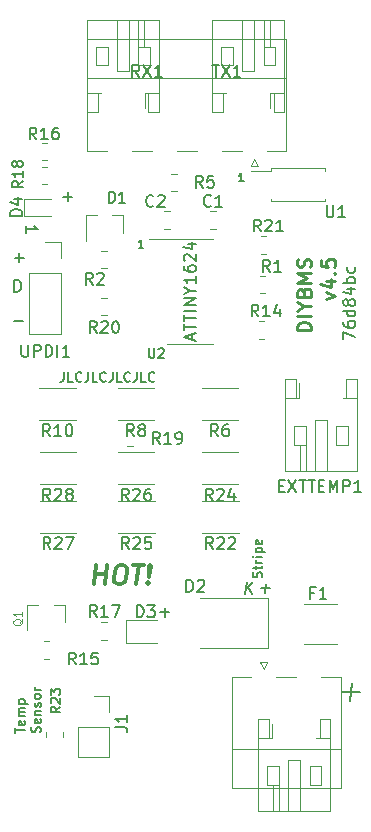
<source format=gto>
G04 #@! TF.GenerationSoftware,KiCad,Pcbnew,5.1.9+dfsg1-1+deb11u1*
G04 #@! TF.CreationDate,2022-12-15T03:13:05+00:00*
G04 #@! TF.ProjectId,ModuleV450,4d6f6475-6c65-4563-9435-302e6b696361,rev?*
G04 #@! TF.SameCoordinates,Original*
G04 #@! TF.FileFunction,Legend,Top*
G04 #@! TF.FilePolarity,Positive*
%FSLAX46Y46*%
G04 Gerber Fmt 4.6, Leading zero omitted, Abs format (unit mm)*
G04 Created by KiCad (PCBNEW 5.1.9+dfsg1-1+deb11u1) date 2022-12-15 03:13:05*
%MOMM*%
%LPD*%
G01*
G04 APERTURE LIST*
%ADD10C,0.200000*%
%ADD11C,0.150000*%
%ADD12C,0.175000*%
%ADD13C,0.300000*%
%ADD14C,0.250000*%
%ADD15C,0.120000*%
%ADD16C,0.100000*%
G04 APERTURE END LIST*
D10*
X130159088Y-101430457D02*
X131682897Y-101430457D01*
X130825754Y-102192361D02*
X131016230Y-100668552D01*
X102425695Y-67539980D02*
X102425695Y-66539980D01*
X102663790Y-66539980D01*
X102806647Y-66587600D01*
X102901885Y-66682838D01*
X102949504Y-66778076D01*
X102997123Y-66968552D01*
X102997123Y-67111409D01*
X102949504Y-67301885D01*
X102901885Y-67397123D01*
X102806647Y-67492361D01*
X102663790Y-67539980D01*
X102425695Y-67539980D01*
X102425694Y-70059028D02*
X103187599Y-70059028D01*
X102846171Y-64306647D02*
X102846171Y-65068552D01*
X102465219Y-64687600D02*
X103227123Y-64687600D01*
X123280219Y-92659028D02*
X124042123Y-92659028D01*
X123613552Y-93039980D02*
X123708790Y-92278076D01*
D11*
X123341409Y-91737719D02*
X123379504Y-91623433D01*
X123379504Y-91432957D01*
X123341409Y-91356766D01*
X123303314Y-91318671D01*
X123227123Y-91280576D01*
X123150933Y-91280576D01*
X123074742Y-91318671D01*
X123036647Y-91356766D01*
X122998552Y-91432957D01*
X122960457Y-91585338D01*
X122922361Y-91661528D01*
X122884266Y-91699623D01*
X122808076Y-91737719D01*
X122731885Y-91737719D01*
X122655695Y-91699623D01*
X122617600Y-91661528D01*
X122579504Y-91585338D01*
X122579504Y-91394861D01*
X122617600Y-91280576D01*
X122846171Y-91052004D02*
X122846171Y-90747242D01*
X122579504Y-90937719D02*
X123265219Y-90937719D01*
X123341409Y-90899623D01*
X123379504Y-90823433D01*
X123379504Y-90747242D01*
X123379504Y-90480576D02*
X122846171Y-90480576D01*
X122998552Y-90480576D02*
X122922361Y-90442480D01*
X122884266Y-90404385D01*
X122846171Y-90328195D01*
X122846171Y-90252004D01*
X123379504Y-89985338D02*
X122846171Y-89985338D01*
X122579504Y-89985338D02*
X122617600Y-90023433D01*
X122655695Y-89985338D01*
X122617600Y-89947242D01*
X122579504Y-89985338D01*
X122655695Y-89985338D01*
X122846171Y-89604385D02*
X123646171Y-89604385D01*
X122884266Y-89604385D02*
X122846171Y-89528195D01*
X122846171Y-89375814D01*
X122884266Y-89299623D01*
X122922361Y-89261528D01*
X122998552Y-89223433D01*
X123227123Y-89223433D01*
X123303314Y-89261528D01*
X123341409Y-89299623D01*
X123379504Y-89375814D01*
X123379504Y-89528195D01*
X123341409Y-89604385D01*
X123341409Y-88575814D02*
X123379504Y-88652004D01*
X123379504Y-88804385D01*
X123341409Y-88880576D01*
X123265219Y-88918671D01*
X122960457Y-88918671D01*
X122884266Y-88880576D01*
X122846171Y-88804385D01*
X122846171Y-88652004D01*
X122884266Y-88575814D01*
X122960457Y-88537719D01*
X123036647Y-88537719D01*
X123112838Y-88918671D01*
X130269980Y-71582838D02*
X130269980Y-70916171D01*
X131269980Y-71344742D01*
X130269980Y-70106647D02*
X130269980Y-70297123D01*
X130317600Y-70392361D01*
X130365219Y-70439980D01*
X130508076Y-70535219D01*
X130698552Y-70582838D01*
X131079504Y-70582838D01*
X131174742Y-70535219D01*
X131222361Y-70487600D01*
X131269980Y-70392361D01*
X131269980Y-70201885D01*
X131222361Y-70106647D01*
X131174742Y-70059028D01*
X131079504Y-70011409D01*
X130841409Y-70011409D01*
X130746171Y-70059028D01*
X130698552Y-70106647D01*
X130650933Y-70201885D01*
X130650933Y-70392361D01*
X130698552Y-70487600D01*
X130746171Y-70535219D01*
X130841409Y-70582838D01*
X131269980Y-69154266D02*
X130269980Y-69154266D01*
X131222361Y-69154266D02*
X131269980Y-69249504D01*
X131269980Y-69439980D01*
X131222361Y-69535219D01*
X131174742Y-69582838D01*
X131079504Y-69630457D01*
X130793790Y-69630457D01*
X130698552Y-69582838D01*
X130650933Y-69535219D01*
X130603314Y-69439980D01*
X130603314Y-69249504D01*
X130650933Y-69154266D01*
X130698552Y-68535219D02*
X130650933Y-68630457D01*
X130603314Y-68678076D01*
X130508076Y-68725695D01*
X130460457Y-68725695D01*
X130365219Y-68678076D01*
X130317600Y-68630457D01*
X130269980Y-68535219D01*
X130269980Y-68344742D01*
X130317600Y-68249504D01*
X130365219Y-68201885D01*
X130460457Y-68154266D01*
X130508076Y-68154266D01*
X130603314Y-68201885D01*
X130650933Y-68249504D01*
X130698552Y-68344742D01*
X130698552Y-68535219D01*
X130746171Y-68630457D01*
X130793790Y-68678076D01*
X130889028Y-68725695D01*
X131079504Y-68725695D01*
X131174742Y-68678076D01*
X131222361Y-68630457D01*
X131269980Y-68535219D01*
X131269980Y-68344742D01*
X131222361Y-68249504D01*
X131174742Y-68201885D01*
X131079504Y-68154266D01*
X130889028Y-68154266D01*
X130793790Y-68201885D01*
X130746171Y-68249504D01*
X130698552Y-68344742D01*
X130603314Y-67297123D02*
X131269980Y-67297123D01*
X130222361Y-67535219D02*
X130936647Y-67773314D01*
X130936647Y-67154266D01*
X131269980Y-66773314D02*
X130269980Y-66773314D01*
X130650933Y-66773314D02*
X130603314Y-66678076D01*
X130603314Y-66487600D01*
X130650933Y-66392361D01*
X130698552Y-66344742D01*
X130793790Y-66297123D01*
X131079504Y-66297123D01*
X131174742Y-66344742D01*
X131222361Y-66392361D01*
X131269980Y-66487600D01*
X131269980Y-66678076D01*
X131222361Y-66773314D01*
X131222361Y-65439980D02*
X131269980Y-65535219D01*
X131269980Y-65725695D01*
X131222361Y-65820933D01*
X131174742Y-65868552D01*
X131079504Y-65916171D01*
X130793790Y-65916171D01*
X130698552Y-65868552D01*
X130650933Y-65820933D01*
X130603314Y-65725695D01*
X130603314Y-65535219D01*
X130650933Y-65439980D01*
D10*
X121951647Y-93139980D02*
X122076647Y-92139980D01*
X122523076Y-93139980D02*
X122165933Y-92568552D01*
X122648076Y-92139980D02*
X122005219Y-92711409D01*
D12*
X117484266Y-71582838D02*
X117484266Y-71106647D01*
X117769980Y-71678076D02*
X116769980Y-71344742D01*
X117769980Y-71011409D01*
X116769980Y-70820933D02*
X116769980Y-70249504D01*
X117769980Y-70535219D02*
X116769980Y-70535219D01*
X116769980Y-70059028D02*
X116769980Y-69487600D01*
X117769980Y-69773314D02*
X116769980Y-69773314D01*
X117769980Y-69154266D02*
X116769980Y-69154266D01*
X117769980Y-68678076D02*
X116769980Y-68678076D01*
X117769980Y-68106647D01*
X116769980Y-68106647D01*
X117293790Y-67439980D02*
X117769980Y-67439980D01*
X116769980Y-67773314D02*
X117293790Y-67439980D01*
X116769980Y-67106647D01*
X117769980Y-66249504D02*
X117769980Y-66820933D01*
X117769980Y-66535219D02*
X116769980Y-66535219D01*
X116912838Y-66630457D01*
X117008076Y-66725695D01*
X117055695Y-66820933D01*
X116769980Y-65392361D02*
X116769980Y-65582838D01*
X116817600Y-65678076D01*
X116865219Y-65725695D01*
X117008076Y-65820933D01*
X117198552Y-65868552D01*
X117579504Y-65868552D01*
X117674742Y-65820933D01*
X117722361Y-65773314D01*
X117769980Y-65678076D01*
X117769980Y-65487600D01*
X117722361Y-65392361D01*
X117674742Y-65344742D01*
X117579504Y-65297123D01*
X117341409Y-65297123D01*
X117246171Y-65344742D01*
X117198552Y-65392361D01*
X117150933Y-65487600D01*
X117150933Y-65678076D01*
X117198552Y-65773314D01*
X117246171Y-65820933D01*
X117341409Y-65868552D01*
X116865219Y-64916171D02*
X116817600Y-64868552D01*
X116769980Y-64773314D01*
X116769980Y-64535219D01*
X116817600Y-64439980D01*
X116865219Y-64392361D01*
X116960457Y-64344742D01*
X117055695Y-64344742D01*
X117198552Y-64392361D01*
X117769980Y-64963790D01*
X117769980Y-64344742D01*
X117103314Y-63487600D02*
X117769980Y-63487600D01*
X116722361Y-63725695D02*
X117436647Y-63963790D01*
X117436647Y-63344742D01*
D11*
X106610576Y-74349504D02*
X106610576Y-74920933D01*
X106572480Y-75035219D01*
X106496290Y-75111409D01*
X106382004Y-75149504D01*
X106305814Y-75149504D01*
X107372480Y-75149504D02*
X106991528Y-75149504D01*
X106991528Y-74349504D01*
X108096290Y-75073314D02*
X108058195Y-75111409D01*
X107943909Y-75149504D01*
X107867719Y-75149504D01*
X107753433Y-75111409D01*
X107677242Y-75035219D01*
X107639147Y-74959028D01*
X107601052Y-74806647D01*
X107601052Y-74692361D01*
X107639147Y-74539980D01*
X107677242Y-74463790D01*
X107753433Y-74387600D01*
X107867719Y-74349504D01*
X107943909Y-74349504D01*
X108058195Y-74387600D01*
X108096290Y-74425695D01*
X108667719Y-74349504D02*
X108667719Y-74920933D01*
X108629623Y-75035219D01*
X108553433Y-75111409D01*
X108439147Y-75149504D01*
X108362957Y-75149504D01*
X109429623Y-75149504D02*
X109048671Y-75149504D01*
X109048671Y-74349504D01*
X110153433Y-75073314D02*
X110115338Y-75111409D01*
X110001052Y-75149504D01*
X109924861Y-75149504D01*
X109810576Y-75111409D01*
X109734385Y-75035219D01*
X109696290Y-74959028D01*
X109658195Y-74806647D01*
X109658195Y-74692361D01*
X109696290Y-74539980D01*
X109734385Y-74463790D01*
X109810576Y-74387600D01*
X109924861Y-74349504D01*
X110001052Y-74349504D01*
X110115338Y-74387600D01*
X110153433Y-74425695D01*
X110724861Y-74349504D02*
X110724861Y-74920933D01*
X110686766Y-75035219D01*
X110610576Y-75111409D01*
X110496290Y-75149504D01*
X110420100Y-75149504D01*
X111486766Y-75149504D02*
X111105814Y-75149504D01*
X111105814Y-74349504D01*
X112210576Y-75073314D02*
X112172480Y-75111409D01*
X112058195Y-75149504D01*
X111982004Y-75149504D01*
X111867719Y-75111409D01*
X111791528Y-75035219D01*
X111753433Y-74959028D01*
X111715338Y-74806647D01*
X111715338Y-74692361D01*
X111753433Y-74539980D01*
X111791528Y-74463790D01*
X111867719Y-74387600D01*
X111982004Y-74349504D01*
X112058195Y-74349504D01*
X112172480Y-74387600D01*
X112210576Y-74425695D01*
X112782004Y-74349504D02*
X112782004Y-74920933D01*
X112743909Y-75035219D01*
X112667719Y-75111409D01*
X112553433Y-75149504D01*
X112477242Y-75149504D01*
X113543909Y-75149504D02*
X113162957Y-75149504D01*
X113162957Y-74349504D01*
X114267719Y-75073314D02*
X114229623Y-75111409D01*
X114115338Y-75149504D01*
X114039147Y-75149504D01*
X113924861Y-75111409D01*
X113848671Y-75035219D01*
X113810576Y-74959028D01*
X113772480Y-74806647D01*
X113772480Y-74692361D01*
X113810576Y-74539980D01*
X113848671Y-74463790D01*
X113924861Y-74387600D01*
X114039147Y-74349504D01*
X114115338Y-74349504D01*
X114229623Y-74387600D01*
X114267719Y-74425695D01*
D10*
X115146171Y-94306647D02*
X115146171Y-95068552D01*
X114765219Y-94687600D02*
X115527123Y-94687600D01*
X106946171Y-59126647D02*
X106946171Y-59888552D01*
X106565219Y-59507600D02*
X107327123Y-59507600D01*
D11*
X102504504Y-104913909D02*
X102504504Y-104456766D01*
X103304504Y-104685338D02*
X102504504Y-104685338D01*
X103266409Y-103885338D02*
X103304504Y-103961528D01*
X103304504Y-104113909D01*
X103266409Y-104190100D01*
X103190219Y-104228195D01*
X102885457Y-104228195D01*
X102809266Y-104190100D01*
X102771171Y-104113909D01*
X102771171Y-103961528D01*
X102809266Y-103885338D01*
X102885457Y-103847242D01*
X102961647Y-103847242D01*
X103037838Y-104228195D01*
X103304504Y-103504385D02*
X102771171Y-103504385D01*
X102847361Y-103504385D02*
X102809266Y-103466290D01*
X102771171Y-103390100D01*
X102771171Y-103275814D01*
X102809266Y-103199623D01*
X102885457Y-103161528D01*
X103304504Y-103161528D01*
X102885457Y-103161528D02*
X102809266Y-103123433D01*
X102771171Y-103047242D01*
X102771171Y-102932957D01*
X102809266Y-102856766D01*
X102885457Y-102818671D01*
X103304504Y-102818671D01*
X102771171Y-102437719D02*
X103571171Y-102437719D01*
X102809266Y-102437719D02*
X102771171Y-102361528D01*
X102771171Y-102209147D01*
X102809266Y-102132957D01*
X102847361Y-102094861D01*
X102923552Y-102056766D01*
X103152123Y-102056766D01*
X103228314Y-102094861D01*
X103266409Y-102132957D01*
X103304504Y-102209147D01*
X103304504Y-102361528D01*
X103266409Y-102437719D01*
X104616409Y-104837719D02*
X104654504Y-104723433D01*
X104654504Y-104532957D01*
X104616409Y-104456766D01*
X104578314Y-104418671D01*
X104502123Y-104380576D01*
X104425933Y-104380576D01*
X104349742Y-104418671D01*
X104311647Y-104456766D01*
X104273552Y-104532957D01*
X104235457Y-104685338D01*
X104197361Y-104761528D01*
X104159266Y-104799623D01*
X104083076Y-104837719D01*
X104006885Y-104837719D01*
X103930695Y-104799623D01*
X103892600Y-104761528D01*
X103854504Y-104685338D01*
X103854504Y-104494861D01*
X103892600Y-104380576D01*
X104616409Y-103732957D02*
X104654504Y-103809147D01*
X104654504Y-103961528D01*
X104616409Y-104037719D01*
X104540219Y-104075814D01*
X104235457Y-104075814D01*
X104159266Y-104037719D01*
X104121171Y-103961528D01*
X104121171Y-103809147D01*
X104159266Y-103732957D01*
X104235457Y-103694861D01*
X104311647Y-103694861D01*
X104387838Y-104075814D01*
X104121171Y-103352004D02*
X104654504Y-103352004D01*
X104197361Y-103352004D02*
X104159266Y-103313909D01*
X104121171Y-103237719D01*
X104121171Y-103123433D01*
X104159266Y-103047242D01*
X104235457Y-103009147D01*
X104654504Y-103009147D01*
X104616409Y-102666290D02*
X104654504Y-102590100D01*
X104654504Y-102437719D01*
X104616409Y-102361528D01*
X104540219Y-102323433D01*
X104502123Y-102323433D01*
X104425933Y-102361528D01*
X104387838Y-102437719D01*
X104387838Y-102552004D01*
X104349742Y-102628195D01*
X104273552Y-102666290D01*
X104235457Y-102666290D01*
X104159266Y-102628195D01*
X104121171Y-102552004D01*
X104121171Y-102437719D01*
X104159266Y-102361528D01*
X104654504Y-101866290D02*
X104616409Y-101942480D01*
X104578314Y-101980576D01*
X104502123Y-102018671D01*
X104273552Y-102018671D01*
X104197361Y-101980576D01*
X104159266Y-101942480D01*
X104121171Y-101866290D01*
X104121171Y-101752004D01*
X104159266Y-101675814D01*
X104197361Y-101637719D01*
X104273552Y-101599623D01*
X104502123Y-101599623D01*
X104578314Y-101637719D01*
X104616409Y-101675814D01*
X104654504Y-101752004D01*
X104654504Y-101866290D01*
X104654504Y-101256766D02*
X104121171Y-101256766D01*
X104273552Y-101256766D02*
X104197361Y-101218671D01*
X104159266Y-101180576D01*
X104121171Y-101104385D01*
X104121171Y-101028195D01*
D12*
X113327600Y-63824266D02*
X112927600Y-63824266D01*
X113127600Y-63824266D02*
X113127600Y-63124266D01*
X113060933Y-63224266D01*
X112994266Y-63290933D01*
X112927600Y-63324266D01*
X121817600Y-58204266D02*
X121417600Y-58204266D01*
X121617600Y-58204266D02*
X121617600Y-57504266D01*
X121550933Y-57604266D01*
X121484266Y-57670933D01*
X121417600Y-57704266D01*
D13*
X109167034Y-92311409D02*
X109367034Y-90711409D01*
X109271796Y-91473314D02*
X110186082Y-91473314D01*
X110081320Y-92311409D02*
X110281320Y-90711409D01*
X111347986Y-90711409D02*
X111652748Y-90711409D01*
X111795605Y-90787600D01*
X111928939Y-90939980D01*
X111967034Y-91244742D01*
X111900367Y-91778076D01*
X111786082Y-92082838D01*
X111614653Y-92235219D01*
X111452748Y-92311409D01*
X111147986Y-92311409D01*
X111005129Y-92235219D01*
X110871796Y-92082838D01*
X110833701Y-91778076D01*
X110900367Y-91244742D01*
X111014653Y-90939980D01*
X111186082Y-90787600D01*
X111347986Y-90711409D01*
X112490844Y-90711409D02*
X113405129Y-90711409D01*
X112747986Y-92311409D02*
X112947986Y-90711409D01*
X113757510Y-92159028D02*
X113824177Y-92235219D01*
X113738463Y-92311409D01*
X113671796Y-92235219D01*
X113757510Y-92159028D01*
X113738463Y-92311409D01*
X113814653Y-91701885D02*
X113852748Y-90787600D01*
X113938463Y-90711409D01*
X114005129Y-90787600D01*
X113814653Y-91701885D01*
X113938463Y-90711409D01*
D10*
X103395219Y-62533314D02*
X103395219Y-61961885D01*
X103395219Y-62247600D02*
X104395219Y-62247600D01*
X104252361Y-62152361D01*
X104157123Y-62057123D01*
X104109504Y-61961885D01*
D14*
X127535457Y-70778671D02*
X126335457Y-70778671D01*
X126335457Y-70492957D01*
X126392600Y-70321528D01*
X126506885Y-70207242D01*
X126621171Y-70150100D01*
X126849742Y-70092957D01*
X127021171Y-70092957D01*
X127249742Y-70150100D01*
X127364028Y-70207242D01*
X127478314Y-70321528D01*
X127535457Y-70492957D01*
X127535457Y-70778671D01*
X127535457Y-69578671D02*
X126335457Y-69578671D01*
X126964028Y-68778671D02*
X127535457Y-68778671D01*
X126335457Y-69178671D02*
X126964028Y-68778671D01*
X126335457Y-68378671D01*
X126906885Y-67578671D02*
X126964028Y-67407242D01*
X127021171Y-67350100D01*
X127135457Y-67292957D01*
X127306885Y-67292957D01*
X127421171Y-67350100D01*
X127478314Y-67407242D01*
X127535457Y-67521528D01*
X127535457Y-67978671D01*
X126335457Y-67978671D01*
X126335457Y-67578671D01*
X126392600Y-67464385D01*
X126449742Y-67407242D01*
X126564028Y-67350100D01*
X126678314Y-67350100D01*
X126792600Y-67407242D01*
X126849742Y-67464385D01*
X126906885Y-67578671D01*
X126906885Y-67978671D01*
X127535457Y-66778671D02*
X126335457Y-66778671D01*
X127192600Y-66378671D01*
X126335457Y-65978671D01*
X127535457Y-65978671D01*
X127478314Y-65464385D02*
X127535457Y-65292957D01*
X127535457Y-65007242D01*
X127478314Y-64892957D01*
X127421171Y-64835814D01*
X127306885Y-64778671D01*
X127192600Y-64778671D01*
X127078314Y-64835814D01*
X127021171Y-64892957D01*
X126964028Y-65007242D01*
X126906885Y-65235814D01*
X126849742Y-65350100D01*
X126792600Y-65407242D01*
X126678314Y-65464385D01*
X126564028Y-65464385D01*
X126449742Y-65407242D01*
X126392600Y-65350100D01*
X126335457Y-65235814D01*
X126335457Y-64950100D01*
X126392600Y-64778671D01*
X128785457Y-68150100D02*
X129585457Y-67864385D01*
X128785457Y-67578671D01*
X128785457Y-66607242D02*
X129585457Y-66607242D01*
X128328314Y-66892957D02*
X129185457Y-67178671D01*
X129185457Y-66435814D01*
X129471171Y-65978671D02*
X129528314Y-65921528D01*
X129585457Y-65978671D01*
X129528314Y-66035814D01*
X129471171Y-65978671D01*
X129585457Y-65978671D01*
X128385457Y-64835814D02*
X128385457Y-65407242D01*
X128956885Y-65464385D01*
X128899742Y-65407242D01*
X128842600Y-65292957D01*
X128842600Y-65007242D01*
X128899742Y-64892957D01*
X128956885Y-64835814D01*
X129071171Y-64778671D01*
X129356885Y-64778671D01*
X129471171Y-64835814D01*
X129528314Y-64892957D01*
X129585457Y-65007242D01*
X129585457Y-65292957D01*
X129528314Y-65407242D01*
X129471171Y-65464385D01*
D15*
X105017600Y-63357600D02*
X106347600Y-63357600D01*
X106347600Y-63357600D02*
X106347600Y-64687600D01*
X106347600Y-65957600D02*
X106347600Y-71097600D01*
X103687600Y-71097600D02*
X106347600Y-71097600D01*
X103687600Y-65957600D02*
X103687600Y-71097600D01*
X103687600Y-65957600D02*
X106347600Y-65957600D01*
X123017600Y-56887600D02*
X122417600Y-56887600D01*
X122717600Y-56287600D02*
X123017600Y-56887600D01*
X122417600Y-56887600D02*
X122717600Y-56287600D01*
X125427600Y-49487600D02*
X108577600Y-49487600D01*
X114047600Y-55597600D02*
X112337600Y-55597600D01*
X117857600Y-55597600D02*
X116147600Y-55597600D01*
X121667600Y-55597600D02*
X119957600Y-55597600D01*
X108577600Y-55597600D02*
X110237600Y-55597600D01*
X125427600Y-55597600D02*
X123767600Y-55597600D01*
X108577600Y-46177600D02*
X108577600Y-55597600D01*
X125427600Y-46177600D02*
X108577600Y-46177600D01*
X125427600Y-55597600D02*
X125427600Y-46177600D01*
X123217600Y-98887600D02*
X123817600Y-98887600D01*
X123517600Y-99487600D02*
X123217600Y-98887600D01*
X123817600Y-98887600D02*
X123517600Y-99487600D01*
X120807600Y-106287600D02*
X130037600Y-106287600D01*
X124567600Y-100177600D02*
X126277600Y-100177600D01*
X130037600Y-100177600D02*
X128377600Y-100177600D01*
X120807600Y-100177600D02*
X122467600Y-100177600D01*
X130037600Y-109597600D02*
X130037600Y-100177600D01*
X120807600Y-109597600D02*
X130037600Y-109597600D01*
X120807600Y-100177600D02*
X120807600Y-109597600D01*
X103207600Y-61122600D02*
X105492600Y-61122600D01*
X103207600Y-59652600D02*
X103207600Y-61122600D01*
X105492600Y-59652600D02*
X103207600Y-59652600D01*
X107787600Y-104357600D02*
X110447600Y-104357600D01*
X107787600Y-104357600D02*
X107787600Y-106957600D01*
X107787600Y-106957600D02*
X110447600Y-106957600D01*
X110447600Y-104357600D02*
X110447600Y-106957600D01*
X110447600Y-101757600D02*
X110447600Y-103087600D01*
X109117600Y-101757600D02*
X110447600Y-101757600D01*
X107619664Y-83847600D02*
X104565536Y-83847600D01*
X107619664Y-81127600D02*
X104565536Y-81127600D01*
X107644664Y-87947600D02*
X104590536Y-87947600D01*
X107644664Y-85227600D02*
X104590536Y-85227600D01*
X114261330Y-83847600D02*
X111207202Y-83847600D01*
X114261330Y-81127600D02*
X111207202Y-81127600D01*
X114286330Y-87947600D02*
X111232202Y-87947600D01*
X114286330Y-85227600D02*
X111232202Y-85227600D01*
X121369664Y-83847600D02*
X118315536Y-83847600D01*
X121369664Y-81127600D02*
X118315536Y-81127600D01*
X121394664Y-87947600D02*
X118340536Y-87947600D01*
X121394664Y-85227600D02*
X118340536Y-85227600D01*
X107594664Y-78397600D02*
X104540536Y-78397600D01*
X107594664Y-75677600D02*
X104540536Y-75677600D01*
X114236330Y-78397600D02*
X111182202Y-78397600D01*
X114236330Y-75677600D02*
X111182202Y-75677600D01*
X121344664Y-78397600D02*
X118290536Y-78397600D01*
X121344664Y-75677600D02*
X118290536Y-75677600D01*
X117297600Y-63062600D02*
X113847600Y-63062600D01*
X117297600Y-63062600D02*
X119247600Y-63062600D01*
X117297600Y-71932600D02*
X115347600Y-71932600D01*
X117297600Y-71932600D02*
X119247600Y-71932600D01*
X124107600Y-57292600D02*
X122417600Y-57292600D01*
X124107600Y-57077600D02*
X124107600Y-57292600D01*
X126417600Y-57077600D02*
X124107600Y-57077600D01*
X128727600Y-57077600D02*
X128727600Y-57292600D01*
X126417600Y-57077600D02*
X128727600Y-57077600D01*
X124107600Y-59897600D02*
X124107600Y-59682600D01*
X126417600Y-59897600D02*
X124107600Y-59897600D01*
X128727600Y-59897600D02*
X128727600Y-59682600D01*
X126417600Y-59897600D02*
X128727600Y-59897600D01*
X124077600Y-50747600D02*
X124077600Y-51962600D01*
X124017600Y-46787600D02*
X124017600Y-44527600D01*
X123517600Y-46787600D02*
X123517600Y-44527600D01*
X120917600Y-48387600D02*
X119917600Y-48387600D01*
X120917600Y-46787600D02*
X120917600Y-48387600D01*
X119917600Y-46787600D02*
X120917600Y-46787600D01*
X119917600Y-48387600D02*
X119917600Y-46787600D01*
X123517600Y-48387600D02*
X124517600Y-48387600D01*
X123517600Y-46787600D02*
X123517600Y-48387600D01*
X124517600Y-46787600D02*
X123517600Y-46787600D01*
X124517600Y-48387600D02*
X124517600Y-46787600D01*
X119157600Y-50747600D02*
X120077600Y-50747600D01*
X125277600Y-50747600D02*
X124357600Y-50747600D01*
X121717600Y-48887600D02*
X121717600Y-44527600D01*
X122717600Y-48887600D02*
X121717600Y-48887600D01*
X122717600Y-44527600D02*
X122717600Y-48887600D01*
X120077600Y-50747600D02*
X120357600Y-50747600D01*
X120077600Y-52347600D02*
X120077600Y-50747600D01*
X119157600Y-52347600D02*
X120077600Y-52347600D01*
X119157600Y-44527600D02*
X119157600Y-52347600D01*
X125277600Y-44527600D02*
X119157600Y-44527600D01*
X125277600Y-52347600D02*
X125277600Y-44527600D01*
X124357600Y-52347600D02*
X125277600Y-52347600D01*
X124357600Y-50747600D02*
X124357600Y-52347600D01*
X124077600Y-50747600D02*
X124357600Y-50747600D01*
X113477600Y-50747600D02*
X113477600Y-51962600D01*
X113417600Y-46787600D02*
X113417600Y-44527600D01*
X112917600Y-46787600D02*
X112917600Y-44527600D01*
X110317600Y-48387600D02*
X109317600Y-48387600D01*
X110317600Y-46787600D02*
X110317600Y-48387600D01*
X109317600Y-46787600D02*
X110317600Y-46787600D01*
X109317600Y-48387600D02*
X109317600Y-46787600D01*
X112917600Y-48387600D02*
X113917600Y-48387600D01*
X112917600Y-46787600D02*
X112917600Y-48387600D01*
X113917600Y-46787600D02*
X112917600Y-46787600D01*
X113917600Y-48387600D02*
X113917600Y-46787600D01*
X108557600Y-50747600D02*
X109477600Y-50747600D01*
X114677600Y-50747600D02*
X113757600Y-50747600D01*
X111117600Y-48887600D02*
X111117600Y-44527600D01*
X112117600Y-48887600D02*
X111117600Y-48887600D01*
X112117600Y-44527600D02*
X112117600Y-48887600D01*
X109477600Y-50747600D02*
X109757600Y-50747600D01*
X109477600Y-52347600D02*
X109477600Y-50747600D01*
X108557600Y-52347600D02*
X109477600Y-52347600D01*
X108557600Y-44527600D02*
X108557600Y-52347600D01*
X114677600Y-44527600D02*
X108557600Y-44527600D01*
X114677600Y-52347600D02*
X114677600Y-44527600D01*
X113757600Y-52347600D02*
X114677600Y-52347600D01*
X113757600Y-50747600D02*
X113757600Y-52347600D01*
X113477600Y-50747600D02*
X113757600Y-50747600D01*
X123210536Y-67662600D02*
X123664664Y-67662600D01*
X123210536Y-66192600D02*
X123664664Y-66192600D01*
X123867600Y-97737600D02*
X118167600Y-97737600D01*
X123867600Y-93437600D02*
X118167600Y-93437600D01*
X123867600Y-97737600D02*
X123867600Y-93437600D01*
X106522600Y-105284664D02*
X106522600Y-104830536D01*
X105052600Y-105284664D02*
X105052600Y-104830536D01*
X123290536Y-64322600D02*
X123744664Y-64322600D01*
X123290536Y-62852600D02*
X123744664Y-62852600D01*
X110244664Y-68052600D02*
X109790536Y-68052600D01*
X110244664Y-69522600D02*
X109790536Y-69522600D01*
X111990536Y-80622600D02*
X112444664Y-80622600D01*
X111990536Y-79152600D02*
X112444664Y-79152600D01*
X104740536Y-58447600D02*
X105194664Y-58447600D01*
X104740536Y-56977600D02*
X105194664Y-56977600D01*
X109790536Y-96992600D02*
X110244664Y-96992600D01*
X109790536Y-95522600D02*
X110244664Y-95522600D01*
X104740536Y-56422600D02*
X105194664Y-56422600D01*
X104740536Y-54952600D02*
X105194664Y-54952600D01*
X104890536Y-98622600D02*
X105344664Y-98622600D01*
X104890536Y-97152600D02*
X105344664Y-97152600D01*
X123544664Y-70052600D02*
X123090536Y-70052600D01*
X123544664Y-71522600D02*
X123090536Y-71522600D01*
X116144664Y-57552600D02*
X115690536Y-57552600D01*
X116144664Y-59022600D02*
X115690536Y-59022600D01*
X109790536Y-65532600D02*
X110244664Y-65532600D01*
X109790536Y-64062600D02*
X110244664Y-64062600D01*
X124257600Y-105327600D02*
X124257600Y-104112600D01*
X124317600Y-109287600D02*
X124317600Y-111547600D01*
X124817600Y-109287600D02*
X124817600Y-111547600D01*
X127417600Y-107687600D02*
X128417600Y-107687600D01*
X127417600Y-109287600D02*
X127417600Y-107687600D01*
X128417600Y-109287600D02*
X127417600Y-109287600D01*
X128417600Y-107687600D02*
X128417600Y-109287600D01*
X124817600Y-107687600D02*
X123817600Y-107687600D01*
X124817600Y-109287600D02*
X124817600Y-107687600D01*
X123817600Y-109287600D02*
X124817600Y-109287600D01*
X123817600Y-107687600D02*
X123817600Y-109287600D01*
X129177600Y-105327600D02*
X128257600Y-105327600D01*
X123057600Y-105327600D02*
X123977600Y-105327600D01*
X126617600Y-107187600D02*
X126617600Y-111547600D01*
X125617600Y-107187600D02*
X126617600Y-107187600D01*
X125617600Y-111547600D02*
X125617600Y-107187600D01*
X128257600Y-105327600D02*
X127977600Y-105327600D01*
X128257600Y-103727600D02*
X128257600Y-105327600D01*
X129177600Y-103727600D02*
X128257600Y-103727600D01*
X129177600Y-111547600D02*
X129177600Y-103727600D01*
X123057600Y-111547600D02*
X129177600Y-111547600D01*
X123057600Y-103727600D02*
X123057600Y-111547600D01*
X123977600Y-103727600D02*
X123057600Y-103727600D01*
X123977600Y-105327600D02*
X123977600Y-103727600D01*
X124257600Y-105327600D02*
X123977600Y-105327600D01*
X126931348Y-97397600D02*
X129703852Y-97397600D01*
X126931348Y-93977600D02*
X129703852Y-93977600D01*
X126507600Y-76527600D02*
X126507600Y-75312600D01*
X126567600Y-80487600D02*
X126567600Y-82747600D01*
X127067600Y-80487600D02*
X127067600Y-82747600D01*
X129667600Y-78887600D02*
X130667600Y-78887600D01*
X129667600Y-80487600D02*
X129667600Y-78887600D01*
X130667600Y-80487600D02*
X129667600Y-80487600D01*
X130667600Y-78887600D02*
X130667600Y-80487600D01*
X127067600Y-78887600D02*
X126067600Y-78887600D01*
X127067600Y-80487600D02*
X127067600Y-78887600D01*
X126067600Y-80487600D02*
X127067600Y-80487600D01*
X126067600Y-78887600D02*
X126067600Y-80487600D01*
X131427600Y-76527600D02*
X130507600Y-76527600D01*
X125307600Y-76527600D02*
X126227600Y-76527600D01*
X128867600Y-78387600D02*
X128867600Y-82747600D01*
X127867600Y-78387600D02*
X128867600Y-78387600D01*
X127867600Y-82747600D02*
X127867600Y-78387600D01*
X130507600Y-76527600D02*
X130227600Y-76527600D01*
X130507600Y-74927600D02*
X130507600Y-76527600D01*
X131427600Y-74927600D02*
X130507600Y-74927600D01*
X131427600Y-82747600D02*
X131427600Y-74927600D01*
X125307600Y-82747600D02*
X131427600Y-82747600D01*
X125307600Y-74927600D02*
X125307600Y-82747600D01*
X126227600Y-74927600D02*
X125307600Y-74927600D01*
X126227600Y-76527600D02*
X126227600Y-74927600D01*
X126507600Y-76527600D02*
X126227600Y-76527600D01*
X111832600Y-97262600D02*
X114517600Y-97262600D01*
X111832600Y-95342600D02*
X111832600Y-97262600D01*
X114517600Y-95342600D02*
X111832600Y-95342600D01*
X111637600Y-61087600D02*
X111637600Y-62547600D01*
X108477600Y-61087600D02*
X108477600Y-63247600D01*
X108477600Y-61087600D02*
X109407600Y-61087600D01*
X111637600Y-61087600D02*
X110707600Y-61087600D01*
X115076348Y-62202600D02*
X115598852Y-62202600D01*
X115076348Y-60732600D02*
X115598852Y-60732600D01*
X118996348Y-62212600D02*
X119518852Y-62212600D01*
X118996348Y-60742600D02*
X119518852Y-60742600D01*
X106672600Y-94027600D02*
X105742600Y-94027600D01*
X103512600Y-94027600D02*
X104442600Y-94027600D01*
X103512600Y-94027600D02*
X103512600Y-96187600D01*
X106672600Y-94027600D02*
X106672600Y-95487600D01*
D11*
X103017600Y-72039980D02*
X103017600Y-72849504D01*
X103065219Y-72944742D01*
X103112838Y-72992361D01*
X103208076Y-73039980D01*
X103398552Y-73039980D01*
X103493790Y-72992361D01*
X103541409Y-72944742D01*
X103589028Y-72849504D01*
X103589028Y-72039980D01*
X104065219Y-73039980D02*
X104065219Y-72039980D01*
X104446171Y-72039980D01*
X104541409Y-72087600D01*
X104589028Y-72135219D01*
X104636647Y-72230457D01*
X104636647Y-72373314D01*
X104589028Y-72468552D01*
X104541409Y-72516171D01*
X104446171Y-72563790D01*
X104065219Y-72563790D01*
X105065219Y-73039980D02*
X105065219Y-72039980D01*
X105303314Y-72039980D01*
X105446171Y-72087600D01*
X105541409Y-72182838D01*
X105589028Y-72278076D01*
X105636647Y-72468552D01*
X105636647Y-72611409D01*
X105589028Y-72801885D01*
X105541409Y-72897123D01*
X105446171Y-72992361D01*
X105303314Y-73039980D01*
X105065219Y-73039980D01*
X106065219Y-73039980D02*
X106065219Y-72039980D01*
X107065219Y-73039980D02*
X106493790Y-73039980D01*
X106779504Y-73039980D02*
X106779504Y-72039980D01*
X106684266Y-72182838D01*
X106589028Y-72278076D01*
X106493790Y-72325695D01*
X103069980Y-61125695D02*
X102069980Y-61125695D01*
X102069980Y-60887600D01*
X102117600Y-60744742D01*
X102212838Y-60649504D01*
X102308076Y-60601885D01*
X102498552Y-60554266D01*
X102641409Y-60554266D01*
X102831885Y-60601885D01*
X102927123Y-60649504D01*
X103022361Y-60744742D01*
X103069980Y-60887600D01*
X103069980Y-61125695D01*
X102403314Y-59697123D02*
X103069980Y-59697123D01*
X102022361Y-59935219D02*
X102736647Y-60173314D01*
X102736647Y-59554266D01*
X110969980Y-104420933D02*
X111684266Y-104420933D01*
X111827123Y-104468552D01*
X111922361Y-104563790D01*
X111969980Y-104706647D01*
X111969980Y-104801885D01*
X111969980Y-103420933D02*
X111969980Y-103992361D01*
X111969980Y-103706647D02*
X110969980Y-103706647D01*
X111112838Y-103801885D01*
X111208076Y-103897123D01*
X111255695Y-103992361D01*
X105449742Y-85219980D02*
X105116409Y-84743790D01*
X104878314Y-85219980D02*
X104878314Y-84219980D01*
X105259266Y-84219980D01*
X105354504Y-84267600D01*
X105402123Y-84315219D01*
X105449742Y-84410457D01*
X105449742Y-84553314D01*
X105402123Y-84648552D01*
X105354504Y-84696171D01*
X105259266Y-84743790D01*
X104878314Y-84743790D01*
X105830695Y-84315219D02*
X105878314Y-84267600D01*
X105973552Y-84219980D01*
X106211647Y-84219980D01*
X106306885Y-84267600D01*
X106354504Y-84315219D01*
X106402123Y-84410457D01*
X106402123Y-84505695D01*
X106354504Y-84648552D01*
X105783076Y-85219980D01*
X106402123Y-85219980D01*
X106973552Y-84648552D02*
X106878314Y-84600933D01*
X106830695Y-84553314D01*
X106783076Y-84458076D01*
X106783076Y-84410457D01*
X106830695Y-84315219D01*
X106878314Y-84267600D01*
X106973552Y-84219980D01*
X107164028Y-84219980D01*
X107259266Y-84267600D01*
X107306885Y-84315219D01*
X107354504Y-84410457D01*
X107354504Y-84458076D01*
X107306885Y-84553314D01*
X107259266Y-84600933D01*
X107164028Y-84648552D01*
X106973552Y-84648552D01*
X106878314Y-84696171D01*
X106830695Y-84743790D01*
X106783076Y-84839028D01*
X106783076Y-85029504D01*
X106830695Y-85124742D01*
X106878314Y-85172361D01*
X106973552Y-85219980D01*
X107164028Y-85219980D01*
X107259266Y-85172361D01*
X107306885Y-85124742D01*
X107354504Y-85029504D01*
X107354504Y-84839028D01*
X107306885Y-84743790D01*
X107259266Y-84696171D01*
X107164028Y-84648552D01*
X105474742Y-89319980D02*
X105141409Y-88843790D01*
X104903314Y-89319980D02*
X104903314Y-88319980D01*
X105284266Y-88319980D01*
X105379504Y-88367600D01*
X105427123Y-88415219D01*
X105474742Y-88510457D01*
X105474742Y-88653314D01*
X105427123Y-88748552D01*
X105379504Y-88796171D01*
X105284266Y-88843790D01*
X104903314Y-88843790D01*
X105855695Y-88415219D02*
X105903314Y-88367600D01*
X105998552Y-88319980D01*
X106236647Y-88319980D01*
X106331885Y-88367600D01*
X106379504Y-88415219D01*
X106427123Y-88510457D01*
X106427123Y-88605695D01*
X106379504Y-88748552D01*
X105808076Y-89319980D01*
X106427123Y-89319980D01*
X106760457Y-88319980D02*
X107427123Y-88319980D01*
X106998552Y-89319980D01*
X112091408Y-85219980D02*
X111758075Y-84743790D01*
X111519980Y-85219980D02*
X111519980Y-84219980D01*
X111900932Y-84219980D01*
X111996170Y-84267600D01*
X112043789Y-84315219D01*
X112091408Y-84410457D01*
X112091408Y-84553314D01*
X112043789Y-84648552D01*
X111996170Y-84696171D01*
X111900932Y-84743790D01*
X111519980Y-84743790D01*
X112472361Y-84315219D02*
X112519980Y-84267600D01*
X112615218Y-84219980D01*
X112853313Y-84219980D01*
X112948551Y-84267600D01*
X112996170Y-84315219D01*
X113043789Y-84410457D01*
X113043789Y-84505695D01*
X112996170Y-84648552D01*
X112424742Y-85219980D01*
X113043789Y-85219980D01*
X113900932Y-84219980D02*
X113710456Y-84219980D01*
X113615218Y-84267600D01*
X113567599Y-84315219D01*
X113472361Y-84458076D01*
X113424742Y-84648552D01*
X113424742Y-85029504D01*
X113472361Y-85124742D01*
X113519980Y-85172361D01*
X113615218Y-85219980D01*
X113805694Y-85219980D01*
X113900932Y-85172361D01*
X113948551Y-85124742D01*
X113996170Y-85029504D01*
X113996170Y-84791409D01*
X113948551Y-84696171D01*
X113900932Y-84648552D01*
X113805694Y-84600933D01*
X113615218Y-84600933D01*
X113519980Y-84648552D01*
X113472361Y-84696171D01*
X113424742Y-84791409D01*
X112116408Y-89319980D02*
X111783075Y-88843790D01*
X111544980Y-89319980D02*
X111544980Y-88319980D01*
X111925932Y-88319980D01*
X112021170Y-88367600D01*
X112068789Y-88415219D01*
X112116408Y-88510457D01*
X112116408Y-88653314D01*
X112068789Y-88748552D01*
X112021170Y-88796171D01*
X111925932Y-88843790D01*
X111544980Y-88843790D01*
X112497361Y-88415219D02*
X112544980Y-88367600D01*
X112640218Y-88319980D01*
X112878313Y-88319980D01*
X112973551Y-88367600D01*
X113021170Y-88415219D01*
X113068789Y-88510457D01*
X113068789Y-88605695D01*
X113021170Y-88748552D01*
X112449742Y-89319980D01*
X113068789Y-89319980D01*
X113973551Y-88319980D02*
X113497361Y-88319980D01*
X113449742Y-88796171D01*
X113497361Y-88748552D01*
X113592599Y-88700933D01*
X113830694Y-88700933D01*
X113925932Y-88748552D01*
X113973551Y-88796171D01*
X114021170Y-88891409D01*
X114021170Y-89129504D01*
X113973551Y-89224742D01*
X113925932Y-89272361D01*
X113830694Y-89319980D01*
X113592599Y-89319980D01*
X113497361Y-89272361D01*
X113449742Y-89224742D01*
X119199742Y-85219980D02*
X118866409Y-84743790D01*
X118628314Y-85219980D02*
X118628314Y-84219980D01*
X119009266Y-84219980D01*
X119104504Y-84267600D01*
X119152123Y-84315219D01*
X119199742Y-84410457D01*
X119199742Y-84553314D01*
X119152123Y-84648552D01*
X119104504Y-84696171D01*
X119009266Y-84743790D01*
X118628314Y-84743790D01*
X119580695Y-84315219D02*
X119628314Y-84267600D01*
X119723552Y-84219980D01*
X119961647Y-84219980D01*
X120056885Y-84267600D01*
X120104504Y-84315219D01*
X120152123Y-84410457D01*
X120152123Y-84505695D01*
X120104504Y-84648552D01*
X119533076Y-85219980D01*
X120152123Y-85219980D01*
X121009266Y-84553314D02*
X121009266Y-85219980D01*
X120771171Y-84172361D02*
X120533076Y-84886647D01*
X121152123Y-84886647D01*
X119224742Y-89319980D02*
X118891409Y-88843790D01*
X118653314Y-89319980D02*
X118653314Y-88319980D01*
X119034266Y-88319980D01*
X119129504Y-88367600D01*
X119177123Y-88415219D01*
X119224742Y-88510457D01*
X119224742Y-88653314D01*
X119177123Y-88748552D01*
X119129504Y-88796171D01*
X119034266Y-88843790D01*
X118653314Y-88843790D01*
X119605695Y-88415219D02*
X119653314Y-88367600D01*
X119748552Y-88319980D01*
X119986647Y-88319980D01*
X120081885Y-88367600D01*
X120129504Y-88415219D01*
X120177123Y-88510457D01*
X120177123Y-88605695D01*
X120129504Y-88748552D01*
X119558076Y-89319980D01*
X120177123Y-89319980D01*
X120558076Y-88415219D02*
X120605695Y-88367600D01*
X120700933Y-88319980D01*
X120939028Y-88319980D01*
X121034266Y-88367600D01*
X121081885Y-88415219D01*
X121129504Y-88510457D01*
X121129504Y-88605695D01*
X121081885Y-88748552D01*
X120510457Y-89319980D01*
X121129504Y-89319980D01*
X105424742Y-79769980D02*
X105091409Y-79293790D01*
X104853314Y-79769980D02*
X104853314Y-78769980D01*
X105234266Y-78769980D01*
X105329504Y-78817600D01*
X105377123Y-78865219D01*
X105424742Y-78960457D01*
X105424742Y-79103314D01*
X105377123Y-79198552D01*
X105329504Y-79246171D01*
X105234266Y-79293790D01*
X104853314Y-79293790D01*
X106377123Y-79769980D02*
X105805695Y-79769980D01*
X106091409Y-79769980D02*
X106091409Y-78769980D01*
X105996171Y-78912838D01*
X105900933Y-79008076D01*
X105805695Y-79055695D01*
X106996171Y-78769980D02*
X107091409Y-78769980D01*
X107186647Y-78817600D01*
X107234266Y-78865219D01*
X107281885Y-78960457D01*
X107329504Y-79150933D01*
X107329504Y-79389028D01*
X107281885Y-79579504D01*
X107234266Y-79674742D01*
X107186647Y-79722361D01*
X107091409Y-79769980D01*
X106996171Y-79769980D01*
X106900933Y-79722361D01*
X106853314Y-79674742D01*
X106805695Y-79579504D01*
X106758076Y-79389028D01*
X106758076Y-79150933D01*
X106805695Y-78960457D01*
X106853314Y-78865219D01*
X106900933Y-78817600D01*
X106996171Y-78769980D01*
X112542599Y-79769980D02*
X112209266Y-79293790D01*
X111971170Y-79769980D02*
X111971170Y-78769980D01*
X112352123Y-78769980D01*
X112447361Y-78817600D01*
X112494980Y-78865219D01*
X112542599Y-78960457D01*
X112542599Y-79103314D01*
X112494980Y-79198552D01*
X112447361Y-79246171D01*
X112352123Y-79293790D01*
X111971170Y-79293790D01*
X113114027Y-79198552D02*
X113018789Y-79150933D01*
X112971170Y-79103314D01*
X112923551Y-79008076D01*
X112923551Y-78960457D01*
X112971170Y-78865219D01*
X113018789Y-78817600D01*
X113114027Y-78769980D01*
X113304504Y-78769980D01*
X113399742Y-78817600D01*
X113447361Y-78865219D01*
X113494980Y-78960457D01*
X113494980Y-79008076D01*
X113447361Y-79103314D01*
X113399742Y-79150933D01*
X113304504Y-79198552D01*
X113114027Y-79198552D01*
X113018789Y-79246171D01*
X112971170Y-79293790D01*
X112923551Y-79389028D01*
X112923551Y-79579504D01*
X112971170Y-79674742D01*
X113018789Y-79722361D01*
X113114027Y-79769980D01*
X113304504Y-79769980D01*
X113399742Y-79722361D01*
X113447361Y-79674742D01*
X113494980Y-79579504D01*
X113494980Y-79389028D01*
X113447361Y-79293790D01*
X113399742Y-79246171D01*
X113304504Y-79198552D01*
X119650933Y-79769980D02*
X119317600Y-79293790D01*
X119079504Y-79769980D02*
X119079504Y-78769980D01*
X119460457Y-78769980D01*
X119555695Y-78817600D01*
X119603314Y-78865219D01*
X119650933Y-78960457D01*
X119650933Y-79103314D01*
X119603314Y-79198552D01*
X119555695Y-79246171D01*
X119460457Y-79293790D01*
X119079504Y-79293790D01*
X120508076Y-78769980D02*
X120317600Y-78769980D01*
X120222361Y-78817600D01*
X120174742Y-78865219D01*
X120079504Y-79008076D01*
X120031885Y-79198552D01*
X120031885Y-79579504D01*
X120079504Y-79674742D01*
X120127123Y-79722361D01*
X120222361Y-79769980D01*
X120412838Y-79769980D01*
X120508076Y-79722361D01*
X120555695Y-79674742D01*
X120603314Y-79579504D01*
X120603314Y-79341409D01*
X120555695Y-79246171D01*
X120508076Y-79198552D01*
X120412838Y-79150933D01*
X120222361Y-79150933D01*
X120127123Y-79198552D01*
X120079504Y-79246171D01*
X120031885Y-79341409D01*
X113808076Y-72349504D02*
X113808076Y-72997123D01*
X113846171Y-73073314D01*
X113884266Y-73111409D01*
X113960457Y-73149504D01*
X114112838Y-73149504D01*
X114189028Y-73111409D01*
X114227123Y-73073314D01*
X114265219Y-72997123D01*
X114265219Y-72349504D01*
X114608076Y-72425695D02*
X114646171Y-72387600D01*
X114722361Y-72349504D01*
X114912838Y-72349504D01*
X114989028Y-72387600D01*
X115027123Y-72425695D01*
X115065219Y-72501885D01*
X115065219Y-72578076D01*
X115027123Y-72692361D01*
X114569980Y-73149504D01*
X115065219Y-73149504D01*
X128855695Y-60239980D02*
X128855695Y-61049504D01*
X128903314Y-61144742D01*
X128950933Y-61192361D01*
X129046171Y-61239980D01*
X129236647Y-61239980D01*
X129331885Y-61192361D01*
X129379504Y-61144742D01*
X129427123Y-61049504D01*
X129427123Y-60239980D01*
X130427123Y-61239980D02*
X129855695Y-61239980D01*
X130141409Y-61239980D02*
X130141409Y-60239980D01*
X130046171Y-60382838D01*
X129950933Y-60478076D01*
X129855695Y-60525695D01*
X119179504Y-48339980D02*
X119750933Y-48339980D01*
X119465219Y-49339980D02*
X119465219Y-48339980D01*
X119989028Y-48339980D02*
X120655695Y-49339980D01*
X120655695Y-48339980D02*
X119989028Y-49339980D01*
X121560457Y-49339980D02*
X120989028Y-49339980D01*
X121274742Y-49339980D02*
X121274742Y-48339980D01*
X121179504Y-48482838D01*
X121084266Y-48578076D01*
X120989028Y-48625695D01*
X112974742Y-49339980D02*
X112641409Y-48863790D01*
X112403314Y-49339980D02*
X112403314Y-48339980D01*
X112784266Y-48339980D01*
X112879504Y-48387600D01*
X112927123Y-48435219D01*
X112974742Y-48530457D01*
X112974742Y-48673314D01*
X112927123Y-48768552D01*
X112879504Y-48816171D01*
X112784266Y-48863790D01*
X112403314Y-48863790D01*
X113308076Y-48339980D02*
X113974742Y-49339980D01*
X113974742Y-48339980D02*
X113308076Y-49339980D01*
X114879504Y-49339980D02*
X114308076Y-49339980D01*
X114593790Y-49339980D02*
X114593790Y-48339980D01*
X114498552Y-48482838D01*
X114403314Y-48578076D01*
X114308076Y-48625695D01*
X124050933Y-65839980D02*
X123717600Y-65363790D01*
X123479504Y-65839980D02*
X123479504Y-64839980D01*
X123860457Y-64839980D01*
X123955695Y-64887600D01*
X124003314Y-64935219D01*
X124050933Y-65030457D01*
X124050933Y-65173314D01*
X124003314Y-65268552D01*
X123955695Y-65316171D01*
X123860457Y-65363790D01*
X123479504Y-65363790D01*
X125003314Y-65839980D02*
X124431885Y-65839980D01*
X124717600Y-65839980D02*
X124717600Y-64839980D01*
X124622361Y-64982838D01*
X124527123Y-65078076D01*
X124431885Y-65125695D01*
X116979504Y-92939980D02*
X116979504Y-91939980D01*
X117217600Y-91939980D01*
X117360457Y-91987600D01*
X117455695Y-92082838D01*
X117503314Y-92178076D01*
X117550933Y-92368552D01*
X117550933Y-92511409D01*
X117503314Y-92701885D01*
X117455695Y-92797123D01*
X117360457Y-92892361D01*
X117217600Y-92939980D01*
X116979504Y-92939980D01*
X117931885Y-92035219D02*
X117979504Y-91987600D01*
X118074742Y-91939980D01*
X118312838Y-91939980D01*
X118408076Y-91987600D01*
X118455695Y-92035219D01*
X118503314Y-92130457D01*
X118503314Y-92225695D01*
X118455695Y-92368552D01*
X117884266Y-92939980D01*
X118503314Y-92939980D01*
X106279504Y-102701885D02*
X105898552Y-102968552D01*
X106279504Y-103159028D02*
X105479504Y-103159028D01*
X105479504Y-102854266D01*
X105517600Y-102778076D01*
X105555695Y-102739980D01*
X105631885Y-102701885D01*
X105746171Y-102701885D01*
X105822361Y-102739980D01*
X105860457Y-102778076D01*
X105898552Y-102854266D01*
X105898552Y-103159028D01*
X105555695Y-102397123D02*
X105517600Y-102359028D01*
X105479504Y-102282838D01*
X105479504Y-102092361D01*
X105517600Y-102016171D01*
X105555695Y-101978076D01*
X105631885Y-101939980D01*
X105708076Y-101939980D01*
X105822361Y-101978076D01*
X106279504Y-102435219D01*
X106279504Y-101939980D01*
X105479504Y-101673314D02*
X105479504Y-101178076D01*
X105784266Y-101444742D01*
X105784266Y-101330457D01*
X105822361Y-101254266D01*
X105860457Y-101216171D01*
X105936647Y-101178076D01*
X106127123Y-101178076D01*
X106203314Y-101216171D01*
X106241409Y-101254266D01*
X106279504Y-101330457D01*
X106279504Y-101559028D01*
X106241409Y-101635219D01*
X106203314Y-101673314D01*
X123274742Y-62439980D02*
X122941409Y-61963790D01*
X122703314Y-62439980D02*
X122703314Y-61439980D01*
X123084266Y-61439980D01*
X123179504Y-61487600D01*
X123227123Y-61535219D01*
X123274742Y-61630457D01*
X123274742Y-61773314D01*
X123227123Y-61868552D01*
X123179504Y-61916171D01*
X123084266Y-61963790D01*
X122703314Y-61963790D01*
X123655695Y-61535219D02*
X123703314Y-61487600D01*
X123798552Y-61439980D01*
X124036647Y-61439980D01*
X124131885Y-61487600D01*
X124179504Y-61535219D01*
X124227123Y-61630457D01*
X124227123Y-61725695D01*
X124179504Y-61868552D01*
X123608076Y-62439980D01*
X124227123Y-62439980D01*
X125179504Y-62439980D02*
X124608076Y-62439980D01*
X124893790Y-62439980D02*
X124893790Y-61439980D01*
X124798552Y-61582838D01*
X124703314Y-61678076D01*
X124608076Y-61725695D01*
X109374742Y-71039980D02*
X109041409Y-70563790D01*
X108803314Y-71039980D02*
X108803314Y-70039980D01*
X109184266Y-70039980D01*
X109279504Y-70087600D01*
X109327123Y-70135219D01*
X109374742Y-70230457D01*
X109374742Y-70373314D01*
X109327123Y-70468552D01*
X109279504Y-70516171D01*
X109184266Y-70563790D01*
X108803314Y-70563790D01*
X109755695Y-70135219D02*
X109803314Y-70087600D01*
X109898552Y-70039980D01*
X110136647Y-70039980D01*
X110231885Y-70087600D01*
X110279504Y-70135219D01*
X110327123Y-70230457D01*
X110327123Y-70325695D01*
X110279504Y-70468552D01*
X109708076Y-71039980D01*
X110327123Y-71039980D01*
X110946171Y-70039980D02*
X111041409Y-70039980D01*
X111136647Y-70087600D01*
X111184266Y-70135219D01*
X111231885Y-70230457D01*
X111279504Y-70420933D01*
X111279504Y-70659028D01*
X111231885Y-70849504D01*
X111184266Y-70944742D01*
X111136647Y-70992361D01*
X111041409Y-71039980D01*
X110946171Y-71039980D01*
X110850933Y-70992361D01*
X110803314Y-70944742D01*
X110755695Y-70849504D01*
X110708076Y-70659028D01*
X110708076Y-70420933D01*
X110755695Y-70230457D01*
X110803314Y-70135219D01*
X110850933Y-70087600D01*
X110946171Y-70039980D01*
X114724742Y-80414980D02*
X114391409Y-79938790D01*
X114153314Y-80414980D02*
X114153314Y-79414980D01*
X114534266Y-79414980D01*
X114629504Y-79462600D01*
X114677123Y-79510219D01*
X114724742Y-79605457D01*
X114724742Y-79748314D01*
X114677123Y-79843552D01*
X114629504Y-79891171D01*
X114534266Y-79938790D01*
X114153314Y-79938790D01*
X115677123Y-80414980D02*
X115105695Y-80414980D01*
X115391409Y-80414980D02*
X115391409Y-79414980D01*
X115296171Y-79557838D01*
X115200933Y-79653076D01*
X115105695Y-79700695D01*
X116153314Y-80414980D02*
X116343790Y-80414980D01*
X116439028Y-80367361D01*
X116486647Y-80319742D01*
X116581885Y-80176885D01*
X116629504Y-79986409D01*
X116629504Y-79605457D01*
X116581885Y-79510219D01*
X116534266Y-79462600D01*
X116439028Y-79414980D01*
X116248552Y-79414980D01*
X116153314Y-79462600D01*
X116105695Y-79510219D01*
X116058076Y-79605457D01*
X116058076Y-79843552D01*
X116105695Y-79938790D01*
X116153314Y-79986409D01*
X116248552Y-80034028D01*
X116439028Y-80034028D01*
X116534266Y-79986409D01*
X116581885Y-79938790D01*
X116629504Y-79843552D01*
X103124742Y-58166171D02*
X102696171Y-58466171D01*
X103124742Y-58680457D02*
X102224742Y-58680457D01*
X102224742Y-58337600D01*
X102267600Y-58251885D01*
X102310457Y-58209028D01*
X102396171Y-58166171D01*
X102524742Y-58166171D01*
X102610457Y-58209028D01*
X102653314Y-58251885D01*
X102696171Y-58337600D01*
X102696171Y-58680457D01*
X103124742Y-57309028D02*
X103124742Y-57823314D01*
X103124742Y-57566171D02*
X102224742Y-57566171D01*
X102353314Y-57651885D01*
X102439028Y-57737600D01*
X102481885Y-57823314D01*
X102610457Y-56794742D02*
X102567600Y-56880457D01*
X102524742Y-56923314D01*
X102439028Y-56966171D01*
X102396171Y-56966171D01*
X102310457Y-56923314D01*
X102267600Y-56880457D01*
X102224742Y-56794742D01*
X102224742Y-56623314D01*
X102267600Y-56537600D01*
X102310457Y-56494742D01*
X102396171Y-56451885D01*
X102439028Y-56451885D01*
X102524742Y-56494742D01*
X102567600Y-56537600D01*
X102610457Y-56623314D01*
X102610457Y-56794742D01*
X102653314Y-56880457D01*
X102696171Y-56923314D01*
X102781885Y-56966171D01*
X102953314Y-56966171D01*
X103039028Y-56923314D01*
X103081885Y-56880457D01*
X103124742Y-56794742D01*
X103124742Y-56623314D01*
X103081885Y-56537600D01*
X103039028Y-56494742D01*
X102953314Y-56451885D01*
X102781885Y-56451885D01*
X102696171Y-56494742D01*
X102653314Y-56537600D01*
X102610457Y-56623314D01*
X109374742Y-95059980D02*
X109041409Y-94583790D01*
X108803314Y-95059980D02*
X108803314Y-94059980D01*
X109184266Y-94059980D01*
X109279504Y-94107600D01*
X109327123Y-94155219D01*
X109374742Y-94250457D01*
X109374742Y-94393314D01*
X109327123Y-94488552D01*
X109279504Y-94536171D01*
X109184266Y-94583790D01*
X108803314Y-94583790D01*
X110327123Y-95059980D02*
X109755695Y-95059980D01*
X110041409Y-95059980D02*
X110041409Y-94059980D01*
X109946171Y-94202838D01*
X109850933Y-94298076D01*
X109755695Y-94345695D01*
X110660457Y-94059980D02*
X111327123Y-94059980D01*
X110898552Y-95059980D01*
X104274742Y-54639980D02*
X103941409Y-54163790D01*
X103703314Y-54639980D02*
X103703314Y-53639980D01*
X104084266Y-53639980D01*
X104179504Y-53687600D01*
X104227123Y-53735219D01*
X104274742Y-53830457D01*
X104274742Y-53973314D01*
X104227123Y-54068552D01*
X104179504Y-54116171D01*
X104084266Y-54163790D01*
X103703314Y-54163790D01*
X105227123Y-54639980D02*
X104655695Y-54639980D01*
X104941409Y-54639980D02*
X104941409Y-53639980D01*
X104846171Y-53782838D01*
X104750933Y-53878076D01*
X104655695Y-53925695D01*
X106084266Y-53639980D02*
X105893790Y-53639980D01*
X105798552Y-53687600D01*
X105750933Y-53735219D01*
X105655695Y-53878076D01*
X105608076Y-54068552D01*
X105608076Y-54449504D01*
X105655695Y-54544742D01*
X105703314Y-54592361D01*
X105798552Y-54639980D01*
X105989028Y-54639980D01*
X106084266Y-54592361D01*
X106131885Y-54544742D01*
X106179504Y-54449504D01*
X106179504Y-54211409D01*
X106131885Y-54116171D01*
X106084266Y-54068552D01*
X105989028Y-54020933D01*
X105798552Y-54020933D01*
X105703314Y-54068552D01*
X105655695Y-54116171D01*
X105608076Y-54211409D01*
X107604742Y-99099980D02*
X107271409Y-98623790D01*
X107033314Y-99099980D02*
X107033314Y-98099980D01*
X107414266Y-98099980D01*
X107509504Y-98147600D01*
X107557123Y-98195219D01*
X107604742Y-98290457D01*
X107604742Y-98433314D01*
X107557123Y-98528552D01*
X107509504Y-98576171D01*
X107414266Y-98623790D01*
X107033314Y-98623790D01*
X108557123Y-99099980D02*
X107985695Y-99099980D01*
X108271409Y-99099980D02*
X108271409Y-98099980D01*
X108176171Y-98242838D01*
X108080933Y-98338076D01*
X107985695Y-98385695D01*
X109461885Y-98099980D02*
X108985695Y-98099980D01*
X108938076Y-98576171D01*
X108985695Y-98528552D01*
X109080933Y-98480933D01*
X109319028Y-98480933D01*
X109414266Y-98528552D01*
X109461885Y-98576171D01*
X109509504Y-98671409D01*
X109509504Y-98909504D01*
X109461885Y-99004742D01*
X109414266Y-99052361D01*
X109319028Y-99099980D01*
X109080933Y-99099980D01*
X108985695Y-99052361D01*
X108938076Y-99004742D01*
X123074742Y-69639980D02*
X122741409Y-69163790D01*
X122503314Y-69639980D02*
X122503314Y-68639980D01*
X122884266Y-68639980D01*
X122979504Y-68687600D01*
X123027123Y-68735219D01*
X123074742Y-68830457D01*
X123074742Y-68973314D01*
X123027123Y-69068552D01*
X122979504Y-69116171D01*
X122884266Y-69163790D01*
X122503314Y-69163790D01*
X124027123Y-69639980D02*
X123455695Y-69639980D01*
X123741409Y-69639980D02*
X123741409Y-68639980D01*
X123646171Y-68782838D01*
X123550933Y-68878076D01*
X123455695Y-68925695D01*
X124884266Y-68973314D02*
X124884266Y-69639980D01*
X124646171Y-68592361D02*
X124408076Y-69306647D01*
X125027123Y-69306647D01*
X118350933Y-58739980D02*
X118017600Y-58263790D01*
X117779504Y-58739980D02*
X117779504Y-57739980D01*
X118160457Y-57739980D01*
X118255695Y-57787600D01*
X118303314Y-57835219D01*
X118350933Y-57930457D01*
X118350933Y-58073314D01*
X118303314Y-58168552D01*
X118255695Y-58216171D01*
X118160457Y-58263790D01*
X117779504Y-58263790D01*
X119255695Y-57739980D02*
X118779504Y-57739980D01*
X118731885Y-58216171D01*
X118779504Y-58168552D01*
X118874742Y-58120933D01*
X119112838Y-58120933D01*
X119208076Y-58168552D01*
X119255695Y-58216171D01*
X119303314Y-58311409D01*
X119303314Y-58549504D01*
X119255695Y-58644742D01*
X119208076Y-58692361D01*
X119112838Y-58739980D01*
X118874742Y-58739980D01*
X118779504Y-58692361D01*
X118731885Y-58644742D01*
X109050933Y-66939980D02*
X108717600Y-66463790D01*
X108479504Y-66939980D02*
X108479504Y-65939980D01*
X108860457Y-65939980D01*
X108955695Y-65987600D01*
X109003314Y-66035219D01*
X109050933Y-66130457D01*
X109050933Y-66273314D01*
X109003314Y-66368552D01*
X108955695Y-66416171D01*
X108860457Y-66463790D01*
X108479504Y-66463790D01*
X109431885Y-66035219D02*
X109479504Y-65987600D01*
X109574742Y-65939980D01*
X109812838Y-65939980D01*
X109908076Y-65987600D01*
X109955695Y-66035219D01*
X110003314Y-66130457D01*
X110003314Y-66225695D01*
X109955695Y-66368552D01*
X109384266Y-66939980D01*
X110003314Y-66939980D01*
X127784266Y-93016171D02*
X127450933Y-93016171D01*
X127450933Y-93539980D02*
X127450933Y-92539980D01*
X127927123Y-92539980D01*
X128831885Y-93539980D02*
X128260457Y-93539980D01*
X128546171Y-93539980D02*
X128546171Y-92539980D01*
X128450933Y-92682838D01*
X128355695Y-92778076D01*
X128260457Y-92825695D01*
X124815219Y-83966171D02*
X125148552Y-83966171D01*
X125291409Y-84489980D02*
X124815219Y-84489980D01*
X124815219Y-83489980D01*
X125291409Y-83489980D01*
X125624742Y-83489980D02*
X126291409Y-84489980D01*
X126291409Y-83489980D02*
X125624742Y-84489980D01*
X126529504Y-83489980D02*
X127100933Y-83489980D01*
X126815219Y-84489980D02*
X126815219Y-83489980D01*
X127291409Y-83489980D02*
X127862838Y-83489980D01*
X127577123Y-84489980D02*
X127577123Y-83489980D01*
X128196171Y-83966171D02*
X128529504Y-83966171D01*
X128672361Y-84489980D02*
X128196171Y-84489980D01*
X128196171Y-83489980D01*
X128672361Y-83489980D01*
X129100933Y-84489980D02*
X129100933Y-83489980D01*
X129434266Y-84204266D01*
X129767600Y-83489980D01*
X129767600Y-84489980D01*
X130243790Y-84489980D02*
X130243790Y-83489980D01*
X130624742Y-83489980D01*
X130719980Y-83537600D01*
X130767600Y-83585219D01*
X130815219Y-83680457D01*
X130815219Y-83823314D01*
X130767600Y-83918552D01*
X130719980Y-83966171D01*
X130624742Y-84013790D01*
X130243790Y-84013790D01*
X131767600Y-84489980D02*
X131196171Y-84489980D01*
X131481885Y-84489980D02*
X131481885Y-83489980D01*
X131386647Y-83632838D01*
X131291409Y-83728076D01*
X131196171Y-83775695D01*
X112779504Y-95104980D02*
X112779504Y-94104980D01*
X113017600Y-94104980D01*
X113160457Y-94152600D01*
X113255695Y-94247838D01*
X113303314Y-94343076D01*
X113350933Y-94533552D01*
X113350933Y-94676409D01*
X113303314Y-94866885D01*
X113255695Y-94962123D01*
X113160457Y-95057361D01*
X113017600Y-95104980D01*
X112779504Y-95104980D01*
X113684266Y-94104980D02*
X114303314Y-94104980D01*
X113969980Y-94485933D01*
X114112838Y-94485933D01*
X114208076Y-94533552D01*
X114255695Y-94581171D01*
X114303314Y-94676409D01*
X114303314Y-94914504D01*
X114255695Y-95009742D01*
X114208076Y-95057361D01*
X114112838Y-95104980D01*
X113827123Y-95104980D01*
X113731885Y-95057361D01*
X113684266Y-95009742D01*
X110453314Y-59994742D02*
X110453314Y-59094742D01*
X110667600Y-59094742D01*
X110796171Y-59137600D01*
X110881885Y-59223314D01*
X110924742Y-59309028D01*
X110967600Y-59480457D01*
X110967600Y-59609028D01*
X110924742Y-59780457D01*
X110881885Y-59866171D01*
X110796171Y-59951885D01*
X110667600Y-59994742D01*
X110453314Y-59994742D01*
X111824742Y-59994742D02*
X111310457Y-59994742D01*
X111567600Y-59994742D02*
X111567600Y-59094742D01*
X111481885Y-59223314D01*
X111396171Y-59309028D01*
X111310457Y-59351885D01*
X114185933Y-60254742D02*
X114138314Y-60302361D01*
X113995457Y-60349980D01*
X113900219Y-60349980D01*
X113757361Y-60302361D01*
X113662123Y-60207123D01*
X113614504Y-60111885D01*
X113566885Y-59921409D01*
X113566885Y-59778552D01*
X113614504Y-59588076D01*
X113662123Y-59492838D01*
X113757361Y-59397600D01*
X113900219Y-59349980D01*
X113995457Y-59349980D01*
X114138314Y-59397600D01*
X114185933Y-59445219D01*
X114566885Y-59445219D02*
X114614504Y-59397600D01*
X114709742Y-59349980D01*
X114947838Y-59349980D01*
X115043076Y-59397600D01*
X115090695Y-59445219D01*
X115138314Y-59540457D01*
X115138314Y-59635695D01*
X115090695Y-59778552D01*
X114519266Y-60349980D01*
X115138314Y-60349980D01*
X119050933Y-60244742D02*
X119003314Y-60292361D01*
X118860457Y-60339980D01*
X118765219Y-60339980D01*
X118622361Y-60292361D01*
X118527123Y-60197123D01*
X118479504Y-60101885D01*
X118431885Y-59911409D01*
X118431885Y-59768552D01*
X118479504Y-59578076D01*
X118527123Y-59482838D01*
X118622361Y-59387600D01*
X118765219Y-59339980D01*
X118860457Y-59339980D01*
X119003314Y-59387600D01*
X119050933Y-59435219D01*
X120003314Y-60339980D02*
X119431885Y-60339980D01*
X119717600Y-60339980D02*
X119717600Y-59339980D01*
X119622361Y-59482838D01*
X119527123Y-59578076D01*
X119431885Y-59625695D01*
D16*
X103100933Y-95254266D02*
X103067600Y-95320933D01*
X103000933Y-95387600D01*
X102900933Y-95487600D01*
X102867600Y-95554266D01*
X102867600Y-95620933D01*
X103034266Y-95587600D02*
X103000933Y-95654266D01*
X102934266Y-95720933D01*
X102800933Y-95754266D01*
X102567600Y-95754266D01*
X102434266Y-95720933D01*
X102367600Y-95654266D01*
X102334266Y-95587600D01*
X102334266Y-95454266D01*
X102367600Y-95387600D01*
X102434266Y-95320933D01*
X102567600Y-95287600D01*
X102800933Y-95287600D01*
X102934266Y-95320933D01*
X103000933Y-95387600D01*
X103034266Y-95454266D01*
X103034266Y-95587600D01*
X103034266Y-94620933D02*
X103034266Y-95020933D01*
X103034266Y-94820933D02*
X102334266Y-94820933D01*
X102434266Y-94887600D01*
X102500933Y-94954266D01*
X102534266Y-95020933D01*
M02*

</source>
